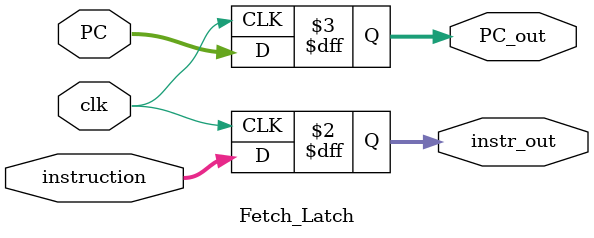
<source format=v>
`timescale 1ns / 1ps
module Fetch_Latch(
	input clk,
	input [31:0] instruction,
	input [31:0] PC,
	output reg [31:0] instr_out,
	output reg [31:0] PC_out
    );
	 
	 always @ (posedge clk)
		begin
			instr_out <= instruction;
			PC_out <= PC;
		end

endmodule

</source>
